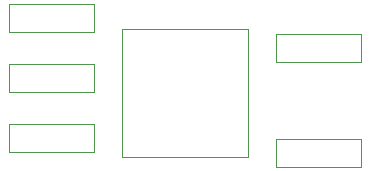
<source format=gbr>
G04 #@! TF.FileFunction,Other,User*
%FSLAX46Y46*%
G04 Gerber Fmt 4.6, Leading zero omitted, Abs format (unit mm)*
G04 Created by KiCad (PCBNEW 4.0.7) date 01/25/19 00:07:42*
%MOMM*%
%LPD*%
G01*
G04 APERTURE LIST*
%ADD10C,0.100000*%
%ADD11C,0.050000*%
G04 APERTURE END LIST*
D10*
D11*
X157600000Y-87750000D02*
X157600000Y-90050000D01*
X157600000Y-90050000D02*
X164750000Y-90050000D01*
X164750000Y-90050000D02*
X164750000Y-87750000D01*
X164750000Y-87750000D02*
X157600000Y-87750000D01*
X142120000Y-97670000D02*
X142120000Y-95370000D01*
X142120000Y-95370000D02*
X134970000Y-95370000D01*
X134970000Y-95370000D02*
X134970000Y-97670000D01*
X134970000Y-97670000D02*
X142120000Y-97670000D01*
X142120000Y-87510000D02*
X142120000Y-85210000D01*
X142120000Y-85210000D02*
X134970000Y-85210000D01*
X134970000Y-85210000D02*
X134970000Y-87510000D01*
X134970000Y-87510000D02*
X142120000Y-87510000D01*
X142120000Y-92590000D02*
X142120000Y-90290000D01*
X142120000Y-90290000D02*
X134970000Y-90290000D01*
X134970000Y-90290000D02*
X134970000Y-92590000D01*
X134970000Y-92590000D02*
X142120000Y-92590000D01*
X157600000Y-96640000D02*
X157600000Y-98940000D01*
X157600000Y-98940000D02*
X164750000Y-98940000D01*
X164750000Y-98940000D02*
X164750000Y-96640000D01*
X164750000Y-96640000D02*
X157600000Y-96640000D01*
X144500000Y-87300000D02*
X144500000Y-98100000D01*
X144500000Y-98100000D02*
X155200000Y-98100000D01*
X155200000Y-98100000D02*
X155200000Y-87300000D01*
X155200000Y-87300000D02*
X144500000Y-87300000D01*
M02*

</source>
